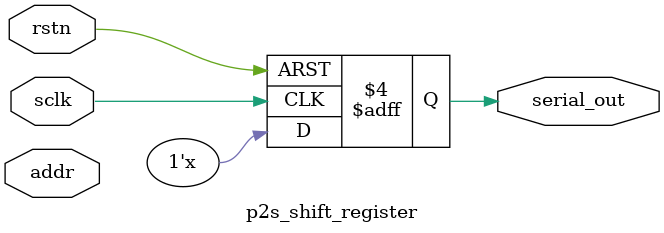
<source format=sv>
module mux_59_to_1 (
	input logic rstn,
    input logic [7:0] control_signal,
    input logic [7:0] reg1, reg2, reg3, reg4, reg5, reg6, reg7, reg8, reg9,
    input logic [7:0] reg10, reg11, reg12, reg13, reg14, reg15, reg16, reg17, reg18, reg19,
    input logic [7:0] reg20, reg21, reg22, reg23, reg24, reg25, reg26, reg27, reg28, reg29,
    input logic [7:0] reg30, reg31, reg32, reg33, reg34, reg35, reg36, reg37, reg38, reg39,
    input logic [7:0] reg40, reg41, reg42, reg43, reg44, reg45, reg46, reg47, reg48, reg49,
    input logic [7:0] reg50, reg51, reg52, reg53, reg54, reg55, reg56, reg57, reg58, reg59,
    output logic [7:0] out
);

    always_comb begin
		if (!rstn) begin
			out = '0;
		end
		else begin
			unique case (control_signal)
				8'd0: out = 8'd0;
				8'd1: out = reg1;
				8'd2: out = reg2;
				8'd3: out = reg3;
				8'd4: out = reg4;
				8'd5: out = reg5;
				8'd6: out = reg6;
				8'd7: out = reg7;
				8'd8: out = reg8;
				8'd9: out = reg9;
				8'd10: out = reg10;
				8'd11: out = reg11;
				8'd12: out = reg12;
				8'd13: out = reg13;
				8'd14: out = reg14;
				8'd15: out = reg15;
				8'd16: out = reg16;
				8'd17: out = reg17;
				8'd18: out = reg18;
				8'd19: out = reg19;
				8'd20: out = reg20;
				8'd21: out = reg21;
				8'd22: out = reg22;
				8'd23: out = reg23;
				8'd24: out = reg24;
				8'd25: out = reg25;
				8'd26: out = reg26;
				8'd27: out = reg27;
				8'd28: out = reg28;
				8'd29: out = reg29;
				8'd30: out = reg30;
				8'd31: out = reg31;
				8'd32: out = reg32;
				8'd33: out = reg33;
				8'd34: out = reg34;
				8'd35: out = reg35;
				8'd36: out = reg36;
				8'd37: out = reg37;
				8'd38: out = reg38;
				8'd39: out = reg39;
				8'd40: out = reg40;
				8'd41: out = reg41;
				8'd42: out = reg42;
				8'd43: out = reg43;
				8'd44: out = reg44;
				8'd45: out = reg45;
				8'd46: out = reg46;
				8'd47: out = reg47;
				8'd48: out = reg48;
				8'd49: out = reg49;
				8'd50: out = reg50;
				8'd51: out = reg51;
				8'd52: out = reg52;
				8'd53: out = reg53;
				8'd54: out = reg54;
				8'd55: out = reg55;
				8'd56: out = reg56;
				8'd57: out = reg57;
				8'd58: out = reg58;
				8'd59: out = reg59;
				default: out = 'x;
			endcase
		end
    end

endmodule

//8 bit message into serial
module p2s_shift_register (input logic [7:0] addr, input logic sclk, input logic rstn, output logic serial_out);

always_ff @(posedge sclk or negedge rstn) begin
	if (!rstn) begin
 		q <= 8'b00000000;
		serial_out <= 0;
 	end
 	else begin
		serial_out <= q[0];
		q <= q >> 1;
	end
end

endmodule
</source>
